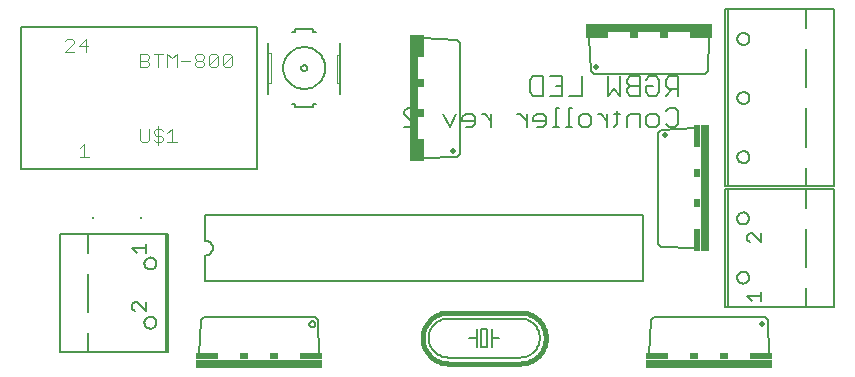
<source format=gto>
G75*
G70*
%OFA0B0*%
%FSLAX24Y24*%
%IPPOS*%
%LPD*%
%AMOC8*
5,1,8,0,0,1.08239X$1,22.5*
%
%ADD10C,0.0060*%
%ADD11C,0.0200*%
%ADD12R,0.0300X0.4200*%
%ADD13R,0.0200X0.0750*%
%ADD14R,0.0200X0.0300*%
%ADD15R,0.4200X0.0300*%
%ADD16R,0.0750X0.0200*%
%ADD17R,0.0300X0.0200*%
%ADD18C,0.0050*%
%ADD19R,0.0098X0.0098*%
%ADD20C,0.0020*%
%ADD21C,0.0160*%
%ADD22C,0.0040*%
D10*
X001412Y001679D02*
X002352Y001679D01*
X004952Y001679D01*
X004952Y005609D01*
X005032Y005609D01*
X005032Y001679D01*
X004952Y001679D01*
X004232Y002659D02*
X004234Y002687D01*
X004240Y002714D01*
X004249Y002740D01*
X004262Y002765D01*
X004279Y002788D01*
X004298Y002808D01*
X004320Y002825D01*
X004344Y002839D01*
X004370Y002849D01*
X004397Y002856D01*
X004425Y002859D01*
X004453Y002858D01*
X004480Y002853D01*
X004507Y002844D01*
X004532Y002832D01*
X004555Y002817D01*
X004576Y002798D01*
X004594Y002777D01*
X004609Y002753D01*
X004620Y002727D01*
X004628Y002701D01*
X004632Y002673D01*
X004632Y002645D01*
X004628Y002617D01*
X004620Y002591D01*
X004609Y002565D01*
X004594Y002541D01*
X004576Y002520D01*
X004555Y002501D01*
X004532Y002486D01*
X004507Y002474D01*
X004480Y002465D01*
X004453Y002460D01*
X004425Y002459D01*
X004397Y002462D01*
X004370Y002469D01*
X004344Y002479D01*
X004320Y002493D01*
X004298Y002510D01*
X004279Y002530D01*
X004262Y002553D01*
X004249Y002578D01*
X004240Y002604D01*
X004234Y002631D01*
X004232Y002659D01*
X002352Y002309D02*
X002352Y001679D01*
X001412Y001679D02*
X001412Y005609D01*
X002352Y005609D01*
X004952Y005609D01*
X006262Y005395D02*
X006262Y006245D01*
X020862Y006245D01*
X020862Y004045D01*
X006262Y004045D01*
X006262Y004895D01*
X006292Y004897D01*
X006322Y004902D01*
X006351Y004911D01*
X006378Y004924D01*
X006404Y004939D01*
X006428Y004958D01*
X006449Y004979D01*
X006468Y005003D01*
X006483Y005029D01*
X006496Y005056D01*
X006505Y005085D01*
X006510Y005115D01*
X006512Y005145D01*
X006510Y005175D01*
X006505Y005205D01*
X006496Y005234D01*
X006483Y005261D01*
X006468Y005287D01*
X006449Y005311D01*
X006428Y005332D01*
X006404Y005351D01*
X006378Y005366D01*
X006351Y005379D01*
X006322Y005388D01*
X006292Y005393D01*
X006262Y005395D01*
X004232Y004629D02*
X004234Y004657D01*
X004240Y004684D01*
X004249Y004710D01*
X004262Y004735D01*
X004279Y004758D01*
X004298Y004778D01*
X004320Y004795D01*
X004344Y004809D01*
X004370Y004819D01*
X004397Y004826D01*
X004425Y004829D01*
X004453Y004828D01*
X004480Y004823D01*
X004507Y004814D01*
X004532Y004802D01*
X004555Y004787D01*
X004576Y004768D01*
X004594Y004747D01*
X004609Y004723D01*
X004620Y004697D01*
X004628Y004671D01*
X004632Y004643D01*
X004632Y004615D01*
X004628Y004587D01*
X004620Y004561D01*
X004609Y004535D01*
X004594Y004511D01*
X004576Y004490D01*
X004555Y004471D01*
X004532Y004456D01*
X004507Y004444D01*
X004480Y004435D01*
X004453Y004430D01*
X004425Y004429D01*
X004397Y004432D01*
X004370Y004439D01*
X004344Y004449D01*
X004320Y004463D01*
X004298Y004480D01*
X004279Y004500D01*
X004262Y004523D01*
X004249Y004548D01*
X004240Y004574D01*
X004234Y004601D01*
X004232Y004629D01*
X002352Y004279D02*
X002352Y003009D01*
X002352Y004979D02*
X002352Y005609D01*
X009262Y009845D02*
X009862Y009845D01*
X009862Y009945D01*
X009962Y009945D01*
X009262Y009945D02*
X009262Y009845D01*
X009262Y009945D02*
X009162Y009945D01*
X008362Y010295D02*
X008362Y010645D01*
X008362Y011645D01*
X008362Y011995D01*
X009162Y012345D02*
X009262Y012345D01*
X009262Y012445D01*
X009862Y012445D01*
X009862Y012345D01*
X009962Y012345D01*
X010762Y011995D02*
X010762Y011595D01*
X010762Y010645D01*
X010762Y010295D01*
X009462Y011145D02*
X009464Y011165D01*
X009470Y011183D01*
X009479Y011201D01*
X009491Y011216D01*
X009506Y011228D01*
X009524Y011237D01*
X009542Y011243D01*
X009562Y011245D01*
X009582Y011243D01*
X009600Y011237D01*
X009618Y011228D01*
X009633Y011216D01*
X009645Y011201D01*
X009654Y011183D01*
X009660Y011165D01*
X009662Y011145D01*
X009660Y011125D01*
X009654Y011107D01*
X009645Y011089D01*
X009633Y011074D01*
X009618Y011062D01*
X009600Y011053D01*
X009582Y011047D01*
X009562Y011045D01*
X009542Y011047D01*
X009524Y011053D01*
X009506Y011062D01*
X009491Y011074D01*
X009479Y011089D01*
X009470Y011107D01*
X009464Y011125D01*
X009462Y011145D01*
X008862Y011145D02*
X008864Y011197D01*
X008870Y011249D01*
X008880Y011301D01*
X008893Y011351D01*
X008910Y011401D01*
X008931Y011449D01*
X008956Y011495D01*
X008984Y011539D01*
X009015Y011581D01*
X009049Y011621D01*
X009086Y011658D01*
X009126Y011692D01*
X009168Y011723D01*
X009212Y011751D01*
X009258Y011776D01*
X009306Y011797D01*
X009356Y011814D01*
X009406Y011827D01*
X009458Y011837D01*
X009510Y011843D01*
X009562Y011845D01*
X009614Y011843D01*
X009666Y011837D01*
X009718Y011827D01*
X009768Y011814D01*
X009818Y011797D01*
X009866Y011776D01*
X009912Y011751D01*
X009956Y011723D01*
X009998Y011692D01*
X010038Y011658D01*
X010075Y011621D01*
X010109Y011581D01*
X010140Y011539D01*
X010168Y011495D01*
X010193Y011449D01*
X010214Y011401D01*
X010231Y011351D01*
X010244Y011301D01*
X010254Y011249D01*
X010260Y011197D01*
X010262Y011145D01*
X010260Y011093D01*
X010254Y011041D01*
X010244Y010989D01*
X010231Y010939D01*
X010214Y010889D01*
X010193Y010841D01*
X010168Y010795D01*
X010140Y010751D01*
X010109Y010709D01*
X010075Y010669D01*
X010038Y010632D01*
X009998Y010598D01*
X009956Y010567D01*
X009912Y010539D01*
X009866Y010514D01*
X009818Y010493D01*
X009768Y010476D01*
X009718Y010463D01*
X009666Y010453D01*
X009614Y010447D01*
X009562Y010445D01*
X009510Y010447D01*
X009458Y010453D01*
X009406Y010463D01*
X009356Y010476D01*
X009306Y010493D01*
X009258Y010514D01*
X009212Y010539D01*
X009168Y010567D01*
X009126Y010598D01*
X009086Y010632D01*
X009049Y010669D01*
X009015Y010709D01*
X008984Y010751D01*
X008956Y010795D01*
X008931Y010841D01*
X008910Y010889D01*
X008893Y010939D01*
X008880Y010989D01*
X008870Y011041D01*
X008864Y011093D01*
X008862Y011145D01*
X012904Y009709D02*
X013010Y009816D01*
X013224Y009816D01*
X013331Y009709D01*
X012904Y009709D02*
X012904Y009602D01*
X013331Y009175D01*
X012904Y009175D01*
X014193Y009602D02*
X014406Y009175D01*
X014620Y009602D01*
X014837Y009496D02*
X014837Y009389D01*
X015264Y009389D01*
X015264Y009282D02*
X015264Y009496D01*
X015157Y009602D01*
X014944Y009602D01*
X014837Y009496D01*
X014944Y009175D02*
X015157Y009175D01*
X015264Y009282D01*
X015588Y009602D02*
X015801Y009389D01*
X015801Y009602D02*
X015801Y009175D01*
X015588Y009602D02*
X015481Y009602D01*
X016663Y009602D02*
X016770Y009602D01*
X016983Y009389D01*
X016983Y009602D02*
X016983Y009175D01*
X017201Y009389D02*
X017628Y009389D01*
X017628Y009282D02*
X017628Y009496D01*
X017521Y009602D01*
X017307Y009602D01*
X017201Y009496D01*
X017201Y009389D01*
X017307Y009175D02*
X017521Y009175D01*
X017628Y009282D01*
X017844Y009175D02*
X018057Y009175D01*
X017951Y009175D02*
X017951Y009816D01*
X018057Y009816D01*
X018380Y009816D02*
X018380Y009175D01*
X018487Y009175D02*
X018273Y009175D01*
X018705Y009282D02*
X018705Y009496D01*
X018811Y009602D01*
X019025Y009602D01*
X019132Y009496D01*
X019132Y009282D01*
X019025Y009175D01*
X018811Y009175D01*
X018705Y009282D01*
X019348Y009602D02*
X019455Y009602D01*
X019669Y009389D01*
X019669Y009602D02*
X019669Y009175D01*
X019885Y009175D02*
X019992Y009282D01*
X019992Y009709D01*
X020098Y009602D02*
X019885Y009602D01*
X020316Y009496D02*
X020316Y009175D01*
X020316Y009496D02*
X020423Y009602D01*
X020743Y009602D01*
X020743Y009175D01*
X020960Y009282D02*
X020960Y009496D01*
X021067Y009602D01*
X021281Y009602D01*
X021387Y009496D01*
X021387Y009282D01*
X021281Y009175D01*
X021067Y009175D01*
X020960Y009282D01*
X021362Y008995D02*
X021462Y009095D01*
X022612Y009145D01*
X022032Y009282D02*
X021925Y009175D01*
X021712Y009175D01*
X021605Y009282D01*
X022032Y009282D02*
X022032Y009709D01*
X021925Y009816D01*
X021712Y009816D01*
X021605Y009709D01*
X021605Y010225D02*
X021818Y010439D01*
X021712Y010439D02*
X022032Y010439D01*
X022032Y010225D02*
X022032Y010866D01*
X021712Y010866D01*
X021605Y010759D01*
X021605Y010546D01*
X021712Y010439D01*
X021387Y010332D02*
X021281Y010225D01*
X021067Y010225D01*
X020960Y010332D01*
X020960Y010546D01*
X021174Y010546D01*
X021387Y010759D02*
X021387Y010332D01*
X020743Y010225D02*
X020423Y010225D01*
X020316Y010332D01*
X020316Y010439D01*
X020423Y010546D01*
X020743Y010546D01*
X020423Y010546D02*
X020316Y010652D01*
X020316Y010759D01*
X020423Y010866D01*
X020743Y010866D01*
X020743Y010225D01*
X020098Y010225D02*
X019885Y010439D01*
X019671Y010225D01*
X019671Y010866D01*
X020098Y010866D02*
X020098Y010225D01*
X020960Y010759D02*
X021067Y010866D01*
X021281Y010866D01*
X021387Y010759D01*
X022912Y010945D02*
X019212Y010945D01*
X019112Y011045D01*
X019062Y012195D01*
X018809Y010866D02*
X018809Y010225D01*
X018382Y010225D01*
X018165Y010225D02*
X017738Y010225D01*
X017520Y010225D02*
X017200Y010225D01*
X017093Y010332D01*
X017093Y010759D01*
X017200Y010866D01*
X017520Y010866D01*
X017520Y010225D01*
X017951Y010546D02*
X018165Y010546D01*
X018165Y010866D02*
X017738Y010866D01*
X018165Y010866D02*
X018165Y010225D01*
X018380Y009816D02*
X018487Y009816D01*
X021362Y008995D02*
X021362Y005295D01*
X021462Y005195D01*
X022612Y005145D01*
X023992Y004161D02*
X023994Y004189D01*
X024000Y004216D01*
X024009Y004242D01*
X024022Y004267D01*
X024039Y004290D01*
X024058Y004310D01*
X024080Y004327D01*
X024104Y004341D01*
X024130Y004351D01*
X024157Y004358D01*
X024185Y004361D01*
X024213Y004360D01*
X024240Y004355D01*
X024267Y004346D01*
X024292Y004334D01*
X024315Y004319D01*
X024336Y004300D01*
X024354Y004279D01*
X024369Y004255D01*
X024380Y004229D01*
X024388Y004203D01*
X024392Y004175D01*
X024392Y004147D01*
X024388Y004119D01*
X024380Y004093D01*
X024369Y004067D01*
X024354Y004043D01*
X024336Y004022D01*
X024315Y004003D01*
X024292Y003988D01*
X024267Y003976D01*
X024240Y003967D01*
X024213Y003962D01*
X024185Y003961D01*
X024157Y003964D01*
X024130Y003971D01*
X024104Y003981D01*
X024080Y003995D01*
X024058Y004012D01*
X024039Y004032D01*
X024022Y004055D01*
X024009Y004080D01*
X024000Y004106D01*
X023994Y004133D01*
X023992Y004161D01*
X023672Y003181D02*
X023592Y003181D01*
X023592Y007111D01*
X023672Y007111D01*
X026272Y007111D01*
X027212Y007111D01*
X027212Y003181D01*
X026272Y003181D01*
X023672Y003181D01*
X023672Y007111D01*
X023680Y007197D02*
X023600Y007197D01*
X023600Y013097D01*
X023680Y013097D01*
X026280Y013097D01*
X027220Y013097D01*
X027220Y007197D01*
X026280Y007197D01*
X023680Y007197D01*
X023680Y013097D01*
X023062Y012195D02*
X023012Y011045D01*
X022912Y010945D01*
X024000Y010147D02*
X024002Y010175D01*
X024008Y010202D01*
X024017Y010228D01*
X024030Y010253D01*
X024047Y010276D01*
X024066Y010296D01*
X024088Y010313D01*
X024112Y010327D01*
X024138Y010337D01*
X024165Y010344D01*
X024193Y010347D01*
X024221Y010346D01*
X024248Y010341D01*
X024275Y010332D01*
X024300Y010320D01*
X024323Y010305D01*
X024344Y010286D01*
X024362Y010265D01*
X024377Y010241D01*
X024388Y010215D01*
X024396Y010189D01*
X024400Y010161D01*
X024400Y010133D01*
X024396Y010105D01*
X024388Y010079D01*
X024377Y010053D01*
X024362Y010029D01*
X024344Y010008D01*
X024323Y009989D01*
X024300Y009974D01*
X024275Y009962D01*
X024248Y009953D01*
X024221Y009948D01*
X024193Y009947D01*
X024165Y009950D01*
X024138Y009957D01*
X024112Y009967D01*
X024088Y009981D01*
X024066Y009998D01*
X024047Y010018D01*
X024030Y010041D01*
X024017Y010066D01*
X024008Y010092D01*
X024002Y010119D01*
X024000Y010147D01*
X026280Y010497D02*
X026280Y011767D01*
X026280Y012467D02*
X026280Y013097D01*
X024000Y012117D02*
X024002Y012145D01*
X024008Y012172D01*
X024017Y012198D01*
X024030Y012223D01*
X024047Y012246D01*
X024066Y012266D01*
X024088Y012283D01*
X024112Y012297D01*
X024138Y012307D01*
X024165Y012314D01*
X024193Y012317D01*
X024221Y012316D01*
X024248Y012311D01*
X024275Y012302D01*
X024300Y012290D01*
X024323Y012275D01*
X024344Y012256D01*
X024362Y012235D01*
X024377Y012211D01*
X024388Y012185D01*
X024396Y012159D01*
X024400Y012131D01*
X024400Y012103D01*
X024396Y012075D01*
X024388Y012049D01*
X024377Y012023D01*
X024362Y011999D01*
X024344Y011978D01*
X024323Y011959D01*
X024300Y011944D01*
X024275Y011932D01*
X024248Y011923D01*
X024221Y011918D01*
X024193Y011917D01*
X024165Y011920D01*
X024138Y011927D01*
X024112Y011937D01*
X024088Y011951D01*
X024066Y011968D01*
X024047Y011988D01*
X024030Y012011D01*
X024017Y012036D01*
X024008Y012062D01*
X024002Y012089D01*
X024000Y012117D01*
X026280Y009797D02*
X026280Y008527D01*
X026280Y007827D02*
X026280Y007197D01*
X026272Y007111D02*
X026272Y006481D01*
X026272Y005781D02*
X026272Y004511D01*
X026272Y003811D02*
X026272Y003181D01*
X025012Y002745D02*
X025062Y001595D01*
X025012Y002745D02*
X024912Y002845D01*
X021212Y002845D01*
X021112Y002745D01*
X021062Y001595D01*
X016762Y001495D02*
X014362Y001495D01*
X014312Y001497D01*
X014263Y001503D01*
X014214Y001512D01*
X014166Y001525D01*
X014119Y001542D01*
X014074Y001562D01*
X014030Y001586D01*
X013988Y001613D01*
X013948Y001644D01*
X013911Y001677D01*
X013877Y001713D01*
X013845Y001751D01*
X013816Y001792D01*
X013791Y001834D01*
X013769Y001879D01*
X013750Y001925D01*
X013735Y001973D01*
X013724Y002021D01*
X013716Y002070D01*
X013712Y002120D01*
X013712Y002170D01*
X013716Y002220D01*
X013724Y002269D01*
X013735Y002317D01*
X013750Y002365D01*
X013769Y002411D01*
X013791Y002456D01*
X013816Y002498D01*
X013845Y002539D01*
X013877Y002577D01*
X013911Y002613D01*
X013948Y002646D01*
X013988Y002677D01*
X014030Y002704D01*
X014074Y002728D01*
X014119Y002748D01*
X014166Y002765D01*
X014214Y002778D01*
X014263Y002787D01*
X014312Y002793D01*
X014362Y002795D01*
X016762Y002795D01*
X015812Y002445D02*
X015812Y002145D01*
X016062Y002145D01*
X015812Y002145D02*
X015812Y001845D01*
X015662Y001845D02*
X015662Y002445D01*
X015462Y002445D01*
X015462Y001845D01*
X015662Y001845D01*
X015312Y001845D02*
X015312Y002145D01*
X015062Y002145D01*
X015312Y002145D02*
X015312Y002445D01*
X016762Y002795D02*
X016812Y002793D01*
X016861Y002787D01*
X016910Y002778D01*
X016958Y002765D01*
X017005Y002748D01*
X017050Y002728D01*
X017094Y002704D01*
X017136Y002677D01*
X017176Y002646D01*
X017213Y002613D01*
X017247Y002577D01*
X017279Y002539D01*
X017308Y002498D01*
X017333Y002456D01*
X017355Y002411D01*
X017374Y002365D01*
X017389Y002317D01*
X017400Y002269D01*
X017408Y002220D01*
X017412Y002170D01*
X017412Y002120D01*
X017408Y002070D01*
X017400Y002021D01*
X017389Y001973D01*
X017374Y001925D01*
X017355Y001879D01*
X017333Y001834D01*
X017308Y001792D01*
X017279Y001751D01*
X017247Y001713D01*
X017213Y001677D01*
X017176Y001644D01*
X017136Y001613D01*
X017094Y001586D01*
X017050Y001562D01*
X017005Y001542D01*
X016958Y001525D01*
X016910Y001512D01*
X016861Y001503D01*
X016812Y001497D01*
X016762Y001495D01*
X023992Y006131D02*
X023994Y006159D01*
X024000Y006186D01*
X024009Y006212D01*
X024022Y006237D01*
X024039Y006260D01*
X024058Y006280D01*
X024080Y006297D01*
X024104Y006311D01*
X024130Y006321D01*
X024157Y006328D01*
X024185Y006331D01*
X024213Y006330D01*
X024240Y006325D01*
X024267Y006316D01*
X024292Y006304D01*
X024315Y006289D01*
X024336Y006270D01*
X024354Y006249D01*
X024369Y006225D01*
X024380Y006199D01*
X024388Y006173D01*
X024392Y006145D01*
X024392Y006117D01*
X024388Y006089D01*
X024380Y006063D01*
X024369Y006037D01*
X024354Y006013D01*
X024336Y005992D01*
X024315Y005973D01*
X024292Y005958D01*
X024267Y005946D01*
X024240Y005937D01*
X024213Y005932D01*
X024185Y005931D01*
X024157Y005934D01*
X024130Y005941D01*
X024104Y005951D01*
X024080Y005965D01*
X024058Y005982D01*
X024039Y006002D01*
X024022Y006025D01*
X024009Y006050D01*
X024000Y006076D01*
X023994Y006103D01*
X023992Y006131D01*
X024000Y008177D02*
X024002Y008205D01*
X024008Y008232D01*
X024017Y008258D01*
X024030Y008283D01*
X024047Y008306D01*
X024066Y008326D01*
X024088Y008343D01*
X024112Y008357D01*
X024138Y008367D01*
X024165Y008374D01*
X024193Y008377D01*
X024221Y008376D01*
X024248Y008371D01*
X024275Y008362D01*
X024300Y008350D01*
X024323Y008335D01*
X024344Y008316D01*
X024362Y008295D01*
X024377Y008271D01*
X024388Y008245D01*
X024396Y008219D01*
X024400Y008191D01*
X024400Y008163D01*
X024396Y008135D01*
X024388Y008109D01*
X024377Y008083D01*
X024362Y008059D01*
X024344Y008038D01*
X024323Y008019D01*
X024300Y008004D01*
X024275Y007992D01*
X024248Y007983D01*
X024221Y007978D01*
X024193Y007977D01*
X024165Y007980D01*
X024138Y007987D01*
X024112Y007997D01*
X024088Y008011D01*
X024066Y008028D01*
X024047Y008048D01*
X024030Y008071D01*
X024017Y008096D01*
X024008Y008122D01*
X024002Y008149D01*
X024000Y008177D01*
X014762Y008295D02*
X014662Y008195D01*
X013512Y008145D01*
X014762Y008295D02*
X014762Y011995D01*
X014662Y012095D01*
X013512Y012145D01*
D11*
X019292Y011185D03*
X021602Y008915D03*
X014522Y008375D03*
X024832Y002605D03*
D12*
X022912Y007145D03*
X013212Y010145D03*
D13*
X013462Y008420D03*
X013462Y011870D03*
X022662Y008870D03*
X022662Y005420D03*
D14*
X022662Y006645D03*
X022662Y007645D03*
X013462Y009645D03*
X013462Y010645D03*
D15*
X021062Y012495D03*
X023062Y001295D03*
X008062Y001295D03*
D16*
X006337Y001545D03*
X009787Y001545D03*
X021337Y001545D03*
X024787Y001545D03*
X022787Y012245D03*
X019337Y012245D03*
D17*
X020562Y012245D03*
X021562Y012245D03*
X022562Y001545D03*
X023562Y001545D03*
X008562Y001545D03*
X007562Y001545D03*
D18*
X006062Y001595D02*
X006112Y002745D01*
X006212Y002845D01*
X009912Y002845D01*
X010012Y002745D01*
X010062Y001595D01*
X009732Y002605D02*
X009734Y002625D01*
X009740Y002643D01*
X009749Y002661D01*
X009761Y002676D01*
X009776Y002688D01*
X009794Y002697D01*
X009812Y002703D01*
X009832Y002705D01*
X009852Y002703D01*
X009870Y002697D01*
X009888Y002688D01*
X009903Y002676D01*
X009915Y002661D01*
X009924Y002643D01*
X009930Y002625D01*
X009932Y002605D01*
X009930Y002585D01*
X009924Y002567D01*
X009915Y002549D01*
X009903Y002534D01*
X009888Y002522D01*
X009870Y002513D01*
X009852Y002507D01*
X009832Y002505D01*
X009812Y002507D01*
X009794Y002513D01*
X009776Y002522D01*
X009761Y002534D01*
X009749Y002549D01*
X009740Y002567D01*
X009734Y002585D01*
X009732Y002605D01*
X004287Y003044D02*
X003987Y003344D01*
X003912Y003344D01*
X003837Y003269D01*
X003837Y003119D01*
X003912Y003044D01*
X004287Y003044D02*
X004287Y003344D01*
X004287Y004994D02*
X004287Y005294D01*
X004287Y005144D02*
X003837Y005144D01*
X003987Y004994D01*
X000125Y007783D02*
X007999Y007783D01*
X007999Y012507D01*
X000125Y012507D01*
X000125Y007783D01*
X024337Y005561D02*
X024337Y005411D01*
X024412Y005336D01*
X024337Y005561D02*
X024412Y005636D01*
X024487Y005636D01*
X024787Y005336D01*
X024787Y005636D01*
X024787Y003686D02*
X024787Y003386D01*
X024787Y003536D02*
X024337Y003536D01*
X024487Y003386D01*
D19*
X004111Y006145D03*
X002513Y006145D03*
D20*
X008362Y010645D02*
X008462Y010645D01*
X008462Y011645D01*
X008362Y011645D01*
X010662Y011595D02*
X010662Y010645D01*
X010762Y010645D01*
X010762Y011595D02*
X010662Y011595D01*
D21*
X014362Y002995D02*
X016762Y002995D01*
X016819Y002993D01*
X016875Y002987D01*
X016931Y002978D01*
X016987Y002965D01*
X017041Y002948D01*
X017094Y002928D01*
X017145Y002904D01*
X017195Y002876D01*
X017243Y002846D01*
X017289Y002812D01*
X017332Y002775D01*
X017373Y002736D01*
X017411Y002694D01*
X017446Y002649D01*
X017478Y002602D01*
X017507Y002553D01*
X017533Y002503D01*
X017555Y002450D01*
X017574Y002397D01*
X017589Y002342D01*
X017600Y002286D01*
X017608Y002230D01*
X017612Y002173D01*
X017612Y002117D01*
X017608Y002060D01*
X017600Y002004D01*
X017589Y001948D01*
X017574Y001893D01*
X017555Y001840D01*
X017533Y001787D01*
X017507Y001737D01*
X017478Y001688D01*
X017446Y001641D01*
X017411Y001596D01*
X017373Y001554D01*
X017332Y001515D01*
X017289Y001478D01*
X017243Y001444D01*
X017195Y001414D01*
X017145Y001386D01*
X017094Y001362D01*
X017041Y001342D01*
X016987Y001325D01*
X016931Y001312D01*
X016875Y001303D01*
X016819Y001297D01*
X016762Y001295D01*
X014362Y001295D01*
X014305Y001297D01*
X014249Y001303D01*
X014193Y001312D01*
X014137Y001325D01*
X014083Y001342D01*
X014030Y001362D01*
X013979Y001386D01*
X013929Y001414D01*
X013881Y001444D01*
X013835Y001478D01*
X013792Y001515D01*
X013751Y001554D01*
X013713Y001596D01*
X013678Y001641D01*
X013646Y001688D01*
X013617Y001737D01*
X013591Y001787D01*
X013569Y001840D01*
X013550Y001893D01*
X013535Y001948D01*
X013524Y002004D01*
X013516Y002060D01*
X013512Y002117D01*
X013512Y002173D01*
X013516Y002230D01*
X013524Y002286D01*
X013535Y002342D01*
X013550Y002397D01*
X013569Y002450D01*
X013591Y002503D01*
X013617Y002553D01*
X013646Y002602D01*
X013678Y002649D01*
X013713Y002694D01*
X013751Y002736D01*
X013792Y002775D01*
X013835Y002812D01*
X013881Y002846D01*
X013929Y002876D01*
X013979Y002904D01*
X014030Y002928D01*
X014083Y002948D01*
X014137Y002965D01*
X014193Y002978D01*
X014249Y002987D01*
X014305Y002993D01*
X014362Y002995D01*
D22*
X004696Y008588D02*
X004696Y009202D01*
X004773Y009126D02*
X004849Y009049D01*
X004773Y009126D02*
X004619Y009126D01*
X004542Y009049D01*
X004542Y008972D01*
X004619Y008895D01*
X004773Y008895D01*
X004849Y008819D01*
X004849Y008742D01*
X004773Y008665D01*
X004619Y008665D01*
X004542Y008742D01*
X004389Y008742D02*
X004312Y008665D01*
X004159Y008665D01*
X004082Y008742D01*
X004082Y009126D01*
X004389Y009126D02*
X004389Y008742D01*
X005003Y008665D02*
X005310Y008665D01*
X005156Y008665D02*
X005156Y009126D01*
X005003Y008972D01*
X002389Y008165D02*
X002082Y008165D01*
X002235Y008165D02*
X002235Y008626D01*
X002082Y008472D01*
X004082Y011165D02*
X004312Y011165D01*
X004389Y011242D01*
X004389Y011319D01*
X004312Y011395D01*
X004082Y011395D01*
X004312Y011395D02*
X004389Y011472D01*
X004389Y011549D01*
X004312Y011626D01*
X004082Y011626D01*
X004082Y011165D01*
X004696Y011165D02*
X004696Y011626D01*
X004849Y011626D02*
X004542Y011626D01*
X005003Y011626D02*
X005156Y011472D01*
X005310Y011626D01*
X005310Y011165D01*
X005003Y011165D02*
X005003Y011626D01*
X005463Y011395D02*
X005770Y011395D01*
X005924Y011319D02*
X006000Y011395D01*
X006154Y011395D01*
X006231Y011319D01*
X006231Y011242D01*
X006154Y011165D01*
X006000Y011165D01*
X005924Y011242D01*
X005924Y011319D01*
X006000Y011395D02*
X005924Y011472D01*
X005924Y011549D01*
X006000Y011626D01*
X006154Y011626D01*
X006231Y011549D01*
X006231Y011472D01*
X006154Y011395D01*
X006384Y011242D02*
X006691Y011549D01*
X006691Y011242D01*
X006614Y011165D01*
X006461Y011165D01*
X006384Y011242D01*
X006384Y011549D01*
X006461Y011626D01*
X006614Y011626D01*
X006691Y011549D01*
X006844Y011549D02*
X006921Y011626D01*
X007075Y011626D01*
X007151Y011549D01*
X006844Y011242D01*
X006921Y011165D01*
X007075Y011165D01*
X007151Y011242D01*
X007151Y011549D01*
X006844Y011549D02*
X006844Y011242D01*
X002349Y011895D02*
X002042Y011895D01*
X002273Y012126D01*
X002273Y011665D01*
X001889Y011665D02*
X001582Y011665D01*
X001889Y011972D01*
X001889Y012049D01*
X001812Y012126D01*
X001659Y012126D01*
X001582Y012049D01*
M02*

</source>
